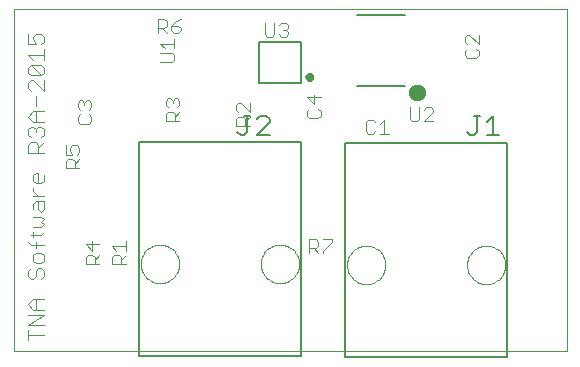
<source format=gto>
G75*
%MOIN*%
%OFA0B0*%
%FSLAX24Y24*%
%IPPOS*%
%LPD*%
%AMOC8*
5,1,8,0,0,1.08239X$1,22.5*
%
%ADD10C,0.0000*%
%ADD11C,0.0040*%
%ADD12C,0.0050*%
%ADD13C,0.0500*%
%ADD14C,0.0080*%
%ADD15C,0.0060*%
%ADD16C,0.0200*%
D10*
X000110Y000336D02*
X000110Y011753D01*
X018535Y011753D01*
X018535Y000336D01*
X000110Y000336D01*
X004341Y003245D02*
X004343Y003295D01*
X004349Y003345D01*
X004359Y003394D01*
X004372Y003443D01*
X004390Y003490D01*
X004411Y003536D01*
X004435Y003579D01*
X004463Y003621D01*
X004494Y003661D01*
X004528Y003698D01*
X004565Y003732D01*
X004605Y003763D01*
X004647Y003791D01*
X004690Y003815D01*
X004736Y003836D01*
X004783Y003854D01*
X004832Y003867D01*
X004881Y003877D01*
X004931Y003883D01*
X004981Y003885D01*
X005031Y003883D01*
X005081Y003877D01*
X005130Y003867D01*
X005179Y003854D01*
X005226Y003836D01*
X005272Y003815D01*
X005315Y003791D01*
X005357Y003763D01*
X005397Y003732D01*
X005434Y003698D01*
X005468Y003661D01*
X005499Y003621D01*
X005527Y003579D01*
X005551Y003536D01*
X005572Y003490D01*
X005590Y003443D01*
X005603Y003394D01*
X005613Y003345D01*
X005619Y003295D01*
X005621Y003245D01*
X005619Y003195D01*
X005613Y003145D01*
X005603Y003096D01*
X005590Y003047D01*
X005572Y003000D01*
X005551Y002954D01*
X005527Y002911D01*
X005499Y002869D01*
X005468Y002829D01*
X005434Y002792D01*
X005397Y002758D01*
X005357Y002727D01*
X005315Y002699D01*
X005272Y002675D01*
X005226Y002654D01*
X005179Y002636D01*
X005130Y002623D01*
X005081Y002613D01*
X005031Y002607D01*
X004981Y002605D01*
X004931Y002607D01*
X004881Y002613D01*
X004832Y002623D01*
X004783Y002636D01*
X004736Y002654D01*
X004690Y002675D01*
X004647Y002699D01*
X004605Y002727D01*
X004565Y002758D01*
X004528Y002792D01*
X004494Y002829D01*
X004463Y002869D01*
X004435Y002911D01*
X004411Y002954D01*
X004390Y003000D01*
X004372Y003047D01*
X004359Y003096D01*
X004349Y003145D01*
X004343Y003195D01*
X004341Y003245D01*
X008341Y003245D02*
X008343Y003295D01*
X008349Y003345D01*
X008359Y003394D01*
X008372Y003443D01*
X008390Y003490D01*
X008411Y003536D01*
X008435Y003579D01*
X008463Y003621D01*
X008494Y003661D01*
X008528Y003698D01*
X008565Y003732D01*
X008605Y003763D01*
X008647Y003791D01*
X008690Y003815D01*
X008736Y003836D01*
X008783Y003854D01*
X008832Y003867D01*
X008881Y003877D01*
X008931Y003883D01*
X008981Y003885D01*
X009031Y003883D01*
X009081Y003877D01*
X009130Y003867D01*
X009179Y003854D01*
X009226Y003836D01*
X009272Y003815D01*
X009315Y003791D01*
X009357Y003763D01*
X009397Y003732D01*
X009434Y003698D01*
X009468Y003661D01*
X009499Y003621D01*
X009527Y003579D01*
X009551Y003536D01*
X009572Y003490D01*
X009590Y003443D01*
X009603Y003394D01*
X009613Y003345D01*
X009619Y003295D01*
X009621Y003245D01*
X009619Y003195D01*
X009613Y003145D01*
X009603Y003096D01*
X009590Y003047D01*
X009572Y003000D01*
X009551Y002954D01*
X009527Y002911D01*
X009499Y002869D01*
X009468Y002829D01*
X009434Y002792D01*
X009397Y002758D01*
X009357Y002727D01*
X009315Y002699D01*
X009272Y002675D01*
X009226Y002654D01*
X009179Y002636D01*
X009130Y002623D01*
X009081Y002613D01*
X009031Y002607D01*
X008981Y002605D01*
X008931Y002607D01*
X008881Y002613D01*
X008832Y002623D01*
X008783Y002636D01*
X008736Y002654D01*
X008690Y002675D01*
X008647Y002699D01*
X008605Y002727D01*
X008565Y002758D01*
X008528Y002792D01*
X008494Y002829D01*
X008463Y002869D01*
X008435Y002911D01*
X008411Y002954D01*
X008390Y003000D01*
X008372Y003047D01*
X008359Y003096D01*
X008349Y003145D01*
X008343Y003195D01*
X008341Y003245D01*
X011216Y003211D02*
X011218Y003261D01*
X011224Y003311D01*
X011234Y003360D01*
X011247Y003409D01*
X011265Y003456D01*
X011286Y003502D01*
X011310Y003545D01*
X011338Y003587D01*
X011369Y003627D01*
X011403Y003664D01*
X011440Y003698D01*
X011480Y003729D01*
X011522Y003757D01*
X011565Y003781D01*
X011611Y003802D01*
X011658Y003820D01*
X011707Y003833D01*
X011756Y003843D01*
X011806Y003849D01*
X011856Y003851D01*
X011906Y003849D01*
X011956Y003843D01*
X012005Y003833D01*
X012054Y003820D01*
X012101Y003802D01*
X012147Y003781D01*
X012190Y003757D01*
X012232Y003729D01*
X012272Y003698D01*
X012309Y003664D01*
X012343Y003627D01*
X012374Y003587D01*
X012402Y003545D01*
X012426Y003502D01*
X012447Y003456D01*
X012465Y003409D01*
X012478Y003360D01*
X012488Y003311D01*
X012494Y003261D01*
X012496Y003211D01*
X012494Y003161D01*
X012488Y003111D01*
X012478Y003062D01*
X012465Y003013D01*
X012447Y002966D01*
X012426Y002920D01*
X012402Y002877D01*
X012374Y002835D01*
X012343Y002795D01*
X012309Y002758D01*
X012272Y002724D01*
X012232Y002693D01*
X012190Y002665D01*
X012147Y002641D01*
X012101Y002620D01*
X012054Y002602D01*
X012005Y002589D01*
X011956Y002579D01*
X011906Y002573D01*
X011856Y002571D01*
X011806Y002573D01*
X011756Y002579D01*
X011707Y002589D01*
X011658Y002602D01*
X011611Y002620D01*
X011565Y002641D01*
X011522Y002665D01*
X011480Y002693D01*
X011440Y002724D01*
X011403Y002758D01*
X011369Y002795D01*
X011338Y002835D01*
X011310Y002877D01*
X011286Y002920D01*
X011265Y002966D01*
X011247Y003013D01*
X011234Y003062D01*
X011224Y003111D01*
X011218Y003161D01*
X011216Y003211D01*
X015216Y003211D02*
X015218Y003261D01*
X015224Y003311D01*
X015234Y003360D01*
X015247Y003409D01*
X015265Y003456D01*
X015286Y003502D01*
X015310Y003545D01*
X015338Y003587D01*
X015369Y003627D01*
X015403Y003664D01*
X015440Y003698D01*
X015480Y003729D01*
X015522Y003757D01*
X015565Y003781D01*
X015611Y003802D01*
X015658Y003820D01*
X015707Y003833D01*
X015756Y003843D01*
X015806Y003849D01*
X015856Y003851D01*
X015906Y003849D01*
X015956Y003843D01*
X016005Y003833D01*
X016054Y003820D01*
X016101Y003802D01*
X016147Y003781D01*
X016190Y003757D01*
X016232Y003729D01*
X016272Y003698D01*
X016309Y003664D01*
X016343Y003627D01*
X016374Y003587D01*
X016402Y003545D01*
X016426Y003502D01*
X016447Y003456D01*
X016465Y003409D01*
X016478Y003360D01*
X016488Y003311D01*
X016494Y003261D01*
X016496Y003211D01*
X016494Y003161D01*
X016488Y003111D01*
X016478Y003062D01*
X016465Y003013D01*
X016447Y002966D01*
X016426Y002920D01*
X016402Y002877D01*
X016374Y002835D01*
X016343Y002795D01*
X016309Y002758D01*
X016272Y002724D01*
X016232Y002693D01*
X016190Y002665D01*
X016147Y002641D01*
X016101Y002620D01*
X016054Y002602D01*
X016005Y002589D01*
X015956Y002579D01*
X015906Y002573D01*
X015856Y002571D01*
X015806Y002573D01*
X015756Y002579D01*
X015707Y002589D01*
X015658Y002602D01*
X015611Y002620D01*
X015565Y002641D01*
X015522Y002665D01*
X015480Y002693D01*
X015440Y002724D01*
X015403Y002758D01*
X015369Y002795D01*
X015338Y002835D01*
X015310Y002877D01*
X015286Y002920D01*
X015265Y002966D01*
X015247Y003013D01*
X015234Y003062D01*
X015224Y003111D01*
X015218Y003161D01*
X015216Y003211D01*
D11*
X010723Y003990D02*
X010416Y003683D01*
X010416Y003606D01*
X010262Y003606D02*
X010109Y003759D01*
X010186Y003759D02*
X009955Y003759D01*
X009955Y003606D02*
X009955Y004066D01*
X010186Y004066D01*
X010262Y003990D01*
X010262Y003836D01*
X010186Y003759D01*
X010723Y003990D02*
X010723Y004066D01*
X010416Y004066D01*
X011918Y007588D02*
X012071Y007588D01*
X012148Y007665D01*
X012302Y007588D02*
X012609Y007588D01*
X012455Y007588D02*
X012455Y008049D01*
X012302Y007895D01*
X012148Y007972D02*
X012071Y008049D01*
X011918Y008049D01*
X011841Y007972D01*
X011841Y007665D01*
X011918Y007588D01*
X013320Y008075D02*
X013320Y008459D01*
X013626Y008459D02*
X013626Y008075D01*
X013550Y007999D01*
X013396Y007999D01*
X013320Y008075D01*
X013780Y007999D02*
X014087Y008306D01*
X014087Y008382D01*
X014010Y008459D01*
X013857Y008459D01*
X013780Y008382D01*
X013780Y007999D02*
X014087Y007999D01*
X015220Y010117D02*
X015527Y010117D01*
X015604Y010193D01*
X015604Y010347D01*
X015527Y010424D01*
X015604Y010577D02*
X015297Y010884D01*
X015220Y010884D01*
X015144Y010807D01*
X015144Y010654D01*
X015220Y010577D01*
X015220Y010424D02*
X015144Y010347D01*
X015144Y010193D01*
X015220Y010117D01*
X015604Y010577D02*
X015604Y010884D01*
X010336Y008796D02*
X009876Y008796D01*
X010106Y008566D01*
X010106Y008873D01*
X010259Y008413D02*
X010336Y008336D01*
X010336Y008183D01*
X010259Y008106D01*
X009953Y008106D01*
X009876Y008183D01*
X009876Y008336D01*
X009953Y008413D01*
X007979Y008299D02*
X007672Y008605D01*
X007595Y008605D01*
X007519Y008529D01*
X007519Y008375D01*
X007595Y008299D01*
X007595Y008145D02*
X007749Y008145D01*
X007825Y008068D01*
X007825Y007838D01*
X007979Y007838D02*
X007519Y007838D01*
X007519Y008068D01*
X007595Y008145D01*
X007825Y007992D02*
X007979Y008145D01*
X007979Y008299D02*
X007979Y008605D01*
X005632Y008536D02*
X005556Y008459D01*
X005632Y008536D02*
X005632Y008689D01*
X005556Y008766D01*
X005479Y008766D01*
X005402Y008689D01*
X005402Y008612D01*
X005402Y008689D02*
X005326Y008766D01*
X005249Y008766D01*
X005172Y008689D01*
X005172Y008536D01*
X005249Y008459D01*
X005249Y008306D02*
X005402Y008306D01*
X005479Y008229D01*
X005479Y007999D01*
X005479Y008152D02*
X005632Y008306D01*
X005632Y007999D02*
X005172Y007999D01*
X005172Y008229D01*
X005249Y008306D01*
X002693Y008154D02*
X002693Y008001D01*
X002617Y007924D01*
X002310Y007924D01*
X002233Y008001D01*
X002233Y008154D01*
X002310Y008231D01*
X002310Y008385D02*
X002233Y008461D01*
X002233Y008615D01*
X002310Y008692D01*
X002387Y008692D01*
X002463Y008615D01*
X002540Y008692D01*
X002617Y008692D01*
X002693Y008615D01*
X002693Y008461D01*
X002617Y008385D01*
X002617Y008231D02*
X002693Y008154D01*
X002463Y008538D02*
X002463Y008615D01*
X001100Y008329D02*
X000753Y008329D01*
X000579Y008156D01*
X000753Y007982D01*
X001100Y007982D01*
X001013Y007814D02*
X001100Y007727D01*
X001100Y007554D01*
X001013Y007467D01*
X000840Y007640D02*
X000840Y007727D01*
X000926Y007814D01*
X001013Y007814D01*
X000840Y007727D02*
X000753Y007814D01*
X000666Y007814D01*
X000579Y007727D01*
X000579Y007554D01*
X000666Y007467D01*
X000666Y007298D02*
X000840Y007298D01*
X000926Y007211D01*
X000926Y006951D01*
X001100Y006951D02*
X000579Y006951D01*
X000579Y007211D01*
X000666Y007298D01*
X000926Y007125D02*
X001100Y007298D01*
X001834Y007197D02*
X001834Y006890D01*
X002064Y006890D01*
X001987Y007044D01*
X001987Y007120D01*
X002064Y007197D01*
X002218Y007197D01*
X002294Y007120D01*
X002294Y006967D01*
X002218Y006890D01*
X002294Y006737D02*
X002141Y006583D01*
X002141Y006660D02*
X002141Y006430D01*
X002294Y006430D02*
X001834Y006430D01*
X001834Y006660D01*
X001911Y006737D01*
X002064Y006737D01*
X002141Y006660D01*
X001100Y006196D02*
X001100Y006022D01*
X001013Y005936D01*
X000840Y005936D01*
X000753Y006022D01*
X000753Y006196D01*
X000840Y006283D01*
X000926Y006283D01*
X000926Y005936D01*
X000753Y005766D02*
X000753Y005679D01*
X000926Y005506D01*
X000926Y005337D02*
X000926Y005077D01*
X001013Y004990D01*
X001100Y005077D01*
X001100Y005337D01*
X000840Y005337D01*
X000753Y005251D01*
X000753Y005077D01*
X000753Y004822D02*
X001013Y004822D01*
X001100Y004735D01*
X001013Y004648D01*
X001100Y004561D01*
X001013Y004475D01*
X000753Y004475D01*
X000753Y004304D02*
X000753Y004131D01*
X000666Y004218D02*
X001013Y004218D01*
X001100Y004304D01*
X000840Y003961D02*
X000840Y003787D01*
X000840Y003619D02*
X000753Y003532D01*
X000753Y003358D01*
X000840Y003272D01*
X001013Y003272D01*
X001100Y003358D01*
X001100Y003532D01*
X001013Y003619D01*
X000840Y003619D01*
X000666Y003874D02*
X000579Y003961D01*
X000666Y003874D02*
X001100Y003874D01*
X001013Y003103D02*
X001100Y003016D01*
X001100Y002843D01*
X001013Y002756D01*
X000840Y002843D02*
X000840Y003016D01*
X000926Y003103D01*
X001013Y003103D01*
X000666Y003103D02*
X000579Y003016D01*
X000579Y002843D01*
X000666Y002756D01*
X000753Y002756D01*
X000840Y002843D01*
X000840Y002072D02*
X000840Y001725D01*
X000753Y001725D02*
X000579Y001898D01*
X000753Y002072D01*
X001100Y002072D01*
X001100Y001725D02*
X000753Y001725D01*
X000579Y001556D02*
X001100Y001556D01*
X000579Y001209D01*
X001100Y001209D01*
X001100Y000867D02*
X000579Y000867D01*
X000579Y001040D02*
X000579Y000693D01*
X002501Y003231D02*
X002501Y003461D01*
X002578Y003538D01*
X002731Y003538D01*
X002808Y003461D01*
X002808Y003231D01*
X002961Y003231D02*
X002501Y003231D01*
X002808Y003384D02*
X002961Y003538D01*
X002731Y003691D02*
X002731Y003998D01*
X002961Y003921D02*
X002501Y003921D01*
X002731Y003691D01*
X003376Y003845D02*
X003836Y003845D01*
X003836Y003998D02*
X003836Y003691D01*
X003529Y003691D02*
X003376Y003845D01*
X003453Y003538D02*
X003376Y003461D01*
X003376Y003231D01*
X003836Y003231D01*
X003683Y003231D02*
X003683Y003461D01*
X003606Y003538D01*
X003453Y003538D01*
X003683Y003384D02*
X003836Y003538D01*
X001100Y005506D02*
X000753Y005506D01*
X000840Y007982D02*
X000840Y008329D01*
X000840Y008498D02*
X000840Y008845D01*
X000666Y009014D02*
X000579Y009101D01*
X000579Y009274D01*
X000666Y009361D01*
X000753Y009361D01*
X001100Y009014D01*
X001100Y009361D01*
X001013Y009529D02*
X000666Y009529D01*
X000579Y009616D01*
X000579Y009790D01*
X000666Y009876D01*
X001013Y009529D01*
X001100Y009616D01*
X001100Y009790D01*
X001013Y009876D01*
X000666Y009876D01*
X000753Y010045D02*
X000579Y010219D01*
X001100Y010219D01*
X001100Y010392D02*
X001100Y010045D01*
X001013Y010561D02*
X001100Y010647D01*
X001100Y010821D01*
X001013Y010908D01*
X000840Y010908D01*
X000753Y010821D01*
X000753Y010734D01*
X000840Y010561D01*
X000579Y010561D01*
X000579Y010908D01*
X004902Y010949D02*
X004902Y011410D01*
X005132Y011410D01*
X005208Y011333D01*
X005208Y011179D01*
X005132Y011103D01*
X004902Y011103D01*
X005055Y011103D02*
X005208Y010949D01*
X005362Y011026D02*
X005439Y010949D01*
X005592Y010949D01*
X005669Y011026D01*
X005669Y011103D01*
X005592Y011179D01*
X005362Y011179D01*
X005362Y011026D01*
X005362Y011179D02*
X005515Y011333D01*
X005669Y011410D01*
X005456Y010737D02*
X005456Y010430D01*
X005456Y010584D02*
X004996Y010584D01*
X005149Y010430D01*
X004996Y010277D02*
X005379Y010277D01*
X005456Y010200D01*
X005456Y010047D01*
X005379Y009970D01*
X004996Y009970D01*
X008485Y010895D02*
X008562Y010818D01*
X008715Y010818D01*
X008792Y010895D01*
X008792Y011279D01*
X008945Y011202D02*
X009022Y011279D01*
X009176Y011279D01*
X009252Y011202D01*
X009252Y011125D01*
X009176Y011049D01*
X009252Y010972D01*
X009252Y010895D01*
X009176Y010818D01*
X009022Y010818D01*
X008945Y010895D01*
X009099Y011049D02*
X009176Y011049D01*
X008485Y010895D02*
X008485Y011279D01*
D12*
X008292Y010650D02*
X009670Y010650D01*
X009670Y009272D01*
X008292Y009272D01*
X008292Y010650D01*
X011558Y011535D02*
X013133Y011535D01*
X013133Y009172D02*
X011558Y009172D01*
D13*
X013520Y008954D02*
X013522Y008964D01*
X013527Y008972D01*
X013535Y008977D01*
X013545Y008979D01*
X013555Y008977D01*
X013563Y008972D01*
X013568Y008964D01*
X013570Y008954D01*
X013568Y008944D01*
X013563Y008936D01*
X013555Y008931D01*
X013545Y008929D01*
X013535Y008931D01*
X013527Y008936D01*
X013522Y008944D01*
X013520Y008954D01*
D14*
X011149Y007266D02*
X011149Y000140D01*
X016564Y000140D01*
X016564Y007266D01*
X011149Y007266D01*
X009689Y007300D02*
X009689Y000174D01*
X004274Y000174D01*
X004274Y007300D01*
X009689Y007300D01*
D15*
X008634Y007541D02*
X008207Y007541D01*
X008634Y007968D01*
X008634Y008075D01*
X008527Y008181D01*
X008314Y008181D01*
X008207Y008075D01*
X007990Y008181D02*
X007776Y008181D01*
X007883Y008181D02*
X007883Y007648D01*
X007776Y007541D01*
X007669Y007541D01*
X007563Y007648D01*
X015222Y007648D02*
X015329Y007541D01*
X015436Y007541D01*
X015542Y007648D01*
X015542Y008181D01*
X015436Y008181D02*
X015649Y008181D01*
X015867Y007968D02*
X016080Y008181D01*
X016080Y007541D01*
X015867Y007541D02*
X016294Y007541D01*
D16*
X009931Y009461D02*
X009933Y009474D01*
X009938Y009487D01*
X009947Y009498D01*
X009958Y009505D01*
X009971Y009510D01*
X009984Y009511D01*
X009998Y009508D01*
X010010Y009502D01*
X010020Y009493D01*
X010027Y009481D01*
X010031Y009468D01*
X010031Y009454D01*
X010027Y009441D01*
X010020Y009429D01*
X010010Y009420D01*
X009998Y009414D01*
X009984Y009411D01*
X009971Y009412D01*
X009958Y009417D01*
X009947Y009424D01*
X009938Y009435D01*
X009933Y009448D01*
X009931Y009461D01*
M02*

</source>
